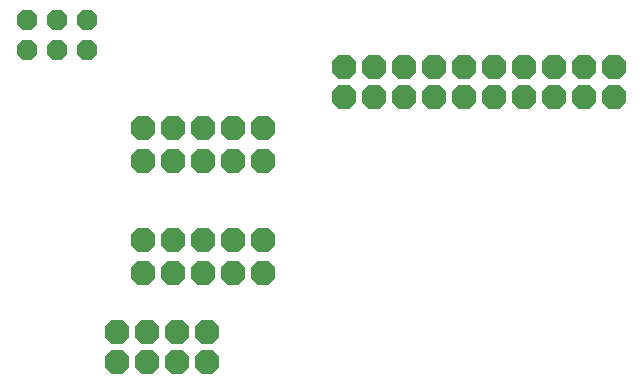
<source format=gts>
G75*
G70*
%OFA0B0*%
%FSLAX24Y24*%
%IPPOS*%
%LPD*%
%AMOC8*
5,1,8,0,0,1.08239X$1,22.5*
%
%ADD10OC8,0.0694*%
%ADD11OC8,0.0820*%
D10*
X001015Y011265D03*
X002015Y011265D03*
X003015Y011265D03*
X003015Y012265D03*
X002015Y012265D03*
X001015Y012265D03*
D11*
X004015Y000890D03*
X005015Y000890D03*
X006015Y000890D03*
X007015Y000890D03*
X007015Y001890D03*
X006015Y001890D03*
X005015Y001890D03*
X004015Y001890D03*
X004890Y003840D03*
X005890Y003840D03*
X006890Y003840D03*
X007890Y003840D03*
X008890Y003840D03*
X008890Y004940D03*
X007890Y004940D03*
X006890Y004940D03*
X005890Y004940D03*
X004890Y004940D03*
X004890Y007590D03*
X005890Y007590D03*
X006890Y007590D03*
X007890Y007590D03*
X008890Y007590D03*
X008890Y008690D03*
X007890Y008690D03*
X006890Y008690D03*
X005890Y008690D03*
X004890Y008690D03*
X011597Y009712D03*
X012597Y009712D03*
X013597Y009712D03*
X014597Y009712D03*
X015597Y009712D03*
X016597Y009712D03*
X017597Y009712D03*
X018597Y009712D03*
X019597Y009712D03*
X020597Y009712D03*
X020597Y010712D03*
X019597Y010712D03*
X018597Y010712D03*
X017597Y010712D03*
X016597Y010712D03*
X015597Y010712D03*
X014597Y010712D03*
X013597Y010712D03*
X012597Y010712D03*
X011597Y010712D03*
M02*

</source>
